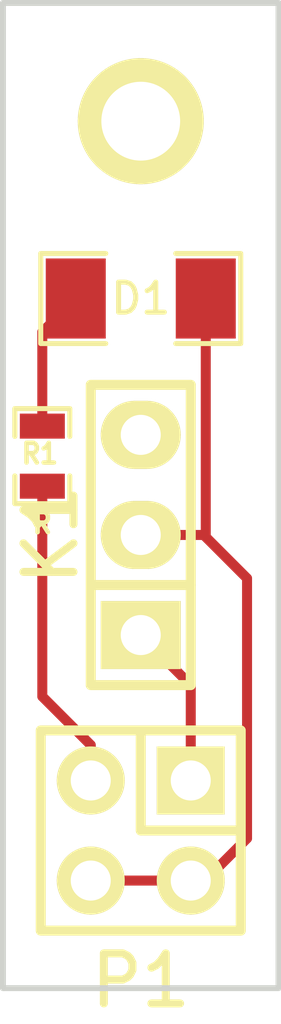
<source format=kicad_pcb>
(kicad_pcb (version 3) (host pcbnew "(2014-04-07 BZR 4791)-product")

  (general
    (links 6)
    (no_connects 0)
    (area 152.215591 80.12092 162.78441 111.0546)
    (thickness 1.6)
    (drawings 4)
    (tracks 16)
    (zones 0)
    (modules 5)
    (nets 7)
  )

  (page A4)
  (layers
    (15 F.Cu signal)
    (0 B.Cu signal)
    (16 B.Adhes user)
    (17 F.Adhes user)
    (18 B.Paste user)
    (19 F.Paste user)
    (20 B.SilkS user)
    (21 F.SilkS user)
    (22 B.Mask user)
    (23 F.Mask user)
    (24 Dwgs.User user)
    (25 Cmts.User user)
    (26 Eco1.User user)
    (27 Eco2.User user)
    (28 Edge.Cuts user)
  )

  (setup
    (last_trace_width 0.254)
    (trace_clearance 0.254)
    (zone_clearance 0.508)
    (zone_45_only no)
    (trace_min 0.254)
    (segment_width 0.2)
    (edge_width 0.15)
    (via_size 0.889)
    (via_drill 0.635)
    (via_min_size 0.889)
    (via_min_drill 0.508)
    (uvia_size 0.508)
    (uvia_drill 0.127)
    (uvias_allowed no)
    (uvia_min_size 0.508)
    (uvia_min_drill 0.127)
    (pcb_text_width 0.3)
    (pcb_text_size 1 1)
    (mod_edge_width 0.15)
    (mod_text_size 1 1)
    (mod_text_width 0.15)
    (pad_size 3.2004 3.2004)
    (pad_drill 2)
    (pad_to_mask_clearance 0)
    (aux_axis_origin 0 0)
    (visible_elements FFFFFF7F)
    (pcbplotparams
      (layerselection 268468224)
      (usegerberextensions true)
      (excludeedgelayer true)
      (linewidth 0.150000)
      (plotframeref false)
      (viasonmask false)
      (mode 1)
      (useauxorigin false)
      (hpglpennumber 1)
      (hpglpenspeed 20)
      (hpglpendiameter 15)
      (hpglpenoverlay 2)
      (psnegative false)
      (psa4output false)
      (plotreference true)
      (plotvalue true)
      (plotothertext true)
      (plotinvisibletext false)
      (padsonsilk false)
      (subtractmaskfromsilk false)
      (outputformat 1)
      (mirror false)
      (drillshape 0)
      (scaleselection 1)
      (outputdirectory OUTPUT/))
  )

  (net 0 "")
  (net 1 /A)
  (net 2 GND)
  (net 3 "Net-(D1-Pad1)")
  (net 4 "Net-(K1-Pad3)")
  (net 5 "Net-(P1-Pad3)")
  (net 6 "Net-(P2-Pad1)")

  (net_class Default "This is the default net class."
    (clearance 0.254)
    (trace_width 0.254)
    (via_dia 0.889)
    (via_drill 0.635)
    (uvia_dia 0.508)
    (uvia_drill 0.127)
    (add_net /A)
    (add_net GND)
    (add_net "Net-(D1-Pad1)")
    (add_net "Net-(K1-Pad3)")
    (add_net "Net-(P1-Pad3)")
    (add_net "Net-(P2-Pad1)")
  )

  (module SMD_Packages:SM1206 (layer F.Cu) (tedit 534ACAE5) (tstamp 534ACAF1)
    (at 157.5 92.5)
    (path /53133B72)
    (attr smd)
    (fp_text reference D1 (at 0 0) (layer F.SilkS)
      (effects (font (size 0.762 0.762) (thickness 0.127)))
    )
    (fp_text value LED (at 0 0) (layer F.SilkS) hide
      (effects (font (size 0.762 0.762) (thickness 0.127)))
    )
    (fp_line (start -2.54 -1.143) (end -2.54 1.143) (layer F.SilkS) (width 0.127))
    (fp_line (start -2.54 1.143) (end -0.889 1.143) (layer F.SilkS) (width 0.127))
    (fp_line (start 0.889 -1.143) (end 2.54 -1.143) (layer F.SilkS) (width 0.127))
    (fp_line (start 2.54 -1.143) (end 2.54 1.143) (layer F.SilkS) (width 0.127))
    (fp_line (start 2.54 1.143) (end 0.889 1.143) (layer F.SilkS) (width 0.127))
    (fp_line (start -0.889 -1.143) (end -2.54 -1.143) (layer F.SilkS) (width 0.127))
    (pad 1 smd rect (at -1.651 0) (size 1.524 2.032) (layers F.Cu F.Paste F.Mask)
      (net 3 "Net-(D1-Pad1)"))
    (pad 2 smd rect (at 1.651 0) (size 1.524 2.032) (layers F.Cu F.Paste F.Mask)
      (net 2 GND))
    (model smd/chip_cms.wrl
      (at (xyz 0 0 0))
      (scale (xyz 0.17 0.16 0.16))
      (rotate (xyz 0 0 0))
    )
  )

  (module Pin_Headers:Pin_Header_Straight_1x03 (layer F.Cu) (tedit 534ACAE6) (tstamp 534ACAFF)
    (at 157.5 98.5 90)
    (descr "1 pin")
    (tags "CONN DEV")
    (path /53133B42)
    (fp_text reference K1 (at 0 -2.286 90) (layer F.SilkS)
      (effects (font (size 1.27 1.27) (thickness 0.2032)))
    )
    (fp_text value CONN_3 (at 0 0 90) (layer F.SilkS) hide
      (effects (font (size 1.27 1.27) (thickness 0.2032)))
    )
    (fp_line (start -1.27 1.27) (end 3.81 1.27) (layer F.SilkS) (width 0.254))
    (fp_line (start 3.81 1.27) (end 3.81 -1.27) (layer F.SilkS) (width 0.254))
    (fp_line (start 3.81 -1.27) (end -1.27 -1.27) (layer F.SilkS) (width 0.254))
    (fp_line (start -3.81 -1.27) (end -1.27 -1.27) (layer F.SilkS) (width 0.254))
    (fp_line (start -1.27 -1.27) (end -1.27 1.27) (layer F.SilkS) (width 0.254))
    (fp_line (start -3.81 -1.27) (end -3.81 1.27) (layer F.SilkS) (width 0.254))
    (fp_line (start -3.81 1.27) (end -1.27 1.27) (layer F.SilkS) (width 0.254))
    (pad 1 thru_hole rect (at -2.54 0 90) (size 1.7272 2.032) (drill 1.016) (layers *.Cu *.Mask F.SilkS)
      (net 1 /A))
    (pad 2 thru_hole oval (at 0 0 90) (size 1.7272 2.032) (drill 1.016) (layers *.Cu *.Mask F.SilkS)
      (net 2 GND))
    (pad 3 thru_hole oval (at 2.54 0 90) (size 1.7272 2.032) (drill 1.016) (layers *.Cu *.Mask F.SilkS)
      (net 4 "Net-(K1-Pad3)"))
    (model Pin_Headers/Pin_Header_Straight_1x03.wrl
      (at (xyz 0 0 0))
      (scale (xyz 1 1 1))
      (rotate (xyz 0 0 0))
    )
  )

  (module Pin_Headers:Pin_Header_Straight_2x02 (layer F.Cu) (tedit 534ACAE6) (tstamp 534ACB0F)
    (at 157.5 106 180)
    (descr "1 pin")
    (tags "CONN DEV")
    (path /534AC6CA)
    (fp_text reference P1 (at 0 -3.81 180) (layer F.SilkS)
      (effects (font (size 1.27 1.27) (thickness 0.2032)))
    )
    (fp_text value CONN_2X2 (at 0 0 180) (layer F.SilkS) hide
      (effects (font (size 1.27 1.27) (thickness 0.2032)))
    )
    (fp_line (start -2.54 0) (end -2.54 2.54) (layer F.SilkS) (width 0.254))
    (fp_line (start -2.54 2.54) (end 0 2.54) (layer F.SilkS) (width 0.254))
    (fp_line (start 0 2.54) (end 0 0) (layer F.SilkS) (width 0.254))
    (fp_line (start 0 0) (end -2.54 0) (layer F.SilkS) (width 0.254))
    (fp_line (start -2.54 0) (end -2.54 -2.54) (layer F.SilkS) (width 0.254))
    (fp_line (start -2.54 -2.54) (end 2.54 -2.54) (layer F.SilkS) (width 0.254))
    (fp_line (start 2.54 -2.54) (end 2.54 2.54) (layer F.SilkS) (width 0.254))
    (fp_line (start 2.54 2.54) (end 0 2.54) (layer F.SilkS) (width 0.254))
    (pad 1 thru_hole rect (at -1.27 1.27 180) (size 1.7272 1.7272) (drill 1.016) (layers *.Cu *.Mask F.SilkS)
      (net 1 /A))
    (pad 2 thru_hole oval (at -1.27 -1.27 180) (size 1.7272 1.7272) (drill 1.016) (layers *.Cu *.Mask F.SilkS)
      (net 2 GND))
    (pad 3 thru_hole oval (at 1.27 1.27 180) (size 1.7272 1.7272) (drill 1.016) (layers *.Cu *.Mask F.SilkS)
      (net 5 "Net-(P1-Pad3)"))
    (pad 4 thru_hole oval (at 1.27 -1.27 180) (size 1.7272 1.7272) (drill 1.016) (layers *.Cu *.Mask F.SilkS)
      (net 2 GND))
    (model Pin_Headers/Pin_Header_Straight_2x02.wrl
      (at (xyz 0 0 0))
      (scale (xyz 1 1 1))
      (rotate (xyz 0 0 0))
    )
  )

  (module SMD_Packages:SM0603_Resistor (layer F.Cu) (tedit 534ACAE5) (tstamp 534ACB1B)
    (at 155 96.5 90)
    (path /53133B56)
    (attr smd)
    (fp_text reference R1 (at 0.0635 -0.0635 180) (layer F.SilkS)
      (effects (font (size 0.50038 0.4572) (thickness 0.1143)))
    )
    (fp_text value R (at -1.69926 0 180) (layer F.SilkS)
      (effects (font (size 0.508 0.4572) (thickness 0.1143)))
    )
    (fp_line (start -0.50038 -0.6985) (end -1.2065 -0.6985) (layer F.SilkS) (width 0.127))
    (fp_line (start -1.2065 -0.6985) (end -1.2065 0.6985) (layer F.SilkS) (width 0.127))
    (fp_line (start -1.2065 0.6985) (end -0.50038 0.6985) (layer F.SilkS) (width 0.127))
    (fp_line (start 1.2065 -0.6985) (end 0.50038 -0.6985) (layer F.SilkS) (width 0.127))
    (fp_line (start 1.2065 -0.6985) (end 1.2065 0.6985) (layer F.SilkS) (width 0.127))
    (fp_line (start 1.2065 0.6985) (end 0.50038 0.6985) (layer F.SilkS) (width 0.127))
    (pad 1 smd rect (at -0.762 0 90) (size 0.635 1.143) (layers F.Cu F.Paste F.Mask)
      (net 5 "Net-(P1-Pad3)"))
    (pad 2 smd rect (at 0.762 0 90) (size 0.635 1.143) (layers F.Cu F.Paste F.Mask)
      (net 3 "Net-(D1-Pad1)"))
    (model smd\resistors\R0603.wrl
      (at (xyz 0 0 0.001))
      (scale (xyz 0.5 0.5 0.5))
      (rotate (xyz 0 0 0))
    )
  )

  (module Saul:Mhole (layer F.Cu) (tedit 534BEED4) (tstamp 534ACDE5)
    (at 157.5 88)
    (path /534ACC8E)
    (fp_text reference P2 (at 0.44958 -4.09956) (layer F.SilkS) hide
      (effects (font (thickness 0.3048)))
    )
    (fp_text value CONN_1 (at 0.20066 -6.10108) (layer F.SilkS) hide
      (effects (font (thickness 0.3048)))
    )
    (pad 1 thru_hole circle (at 0 0) (size 3.2004 3.2004) (drill 2) (layers *.Cu *.Mask F.SilkS)
      (net 6 "Net-(P2-Pad1)") (clearance 1.00076))
  )

  (gr_line (start 154 110) (end 154 85) (angle 90) (layer Edge.Cuts) (width 0.15))
  (gr_line (start 161 110) (end 154 110) (angle 90) (layer Edge.Cuts) (width 0.15))
  (gr_line (start 161 85) (end 161 110) (angle 90) (layer Edge.Cuts) (width 0.15))
  (gr_line (start 154 85) (end 161 85) (angle 90) (layer Edge.Cuts) (width 0.15))

  (segment (start 158.77 102.31) (end 157.5 101.04) (width 0.254) (layer F.Cu) (net 1) (tstamp 534ACE91))
  (segment (start 158.77 104.73) (end 158.77 102.31) (width 0.254) (layer F.Cu) (net 1))
  (segment (start 156.23 107.27) (end 158.77 107.27) (width 0.254) (layer F.Cu) (net 2))
  (segment (start 160.2 106.2) (end 160.2 99.6) (width 0.254) (layer F.Cu) (net 2) (tstamp 534ACE86))
  (segment (start 159.2 98.6) (end 159.1 98.5) (width 0.254) (layer F.Cu) (net 2) (tstamp 534ACEA5))
  (segment (start 160.2 99.6) (end 159.2 98.6) (width 0.254) (layer F.Cu) (net 2) (tstamp 534ACE8A))
  (segment (start 159.1 98.5) (end 157.5 98.5) (width 0.254) (layer F.Cu) (net 2) (tstamp 534ACE8D))
  (segment (start 159.13 107.27) (end 160.2 106.2) (width 0.254) (layer F.Cu) (net 2) (tstamp 534ACE82))
  (segment (start 158.77 107.27) (end 159.13 107.27) (width 0.254) (layer F.Cu) (net 2))
  (segment (start 159.151 98.551) (end 159.2 98.6) (width 0.254) (layer F.Cu) (net 2) (tstamp 534ACE9E))
  (segment (start 159.151 92.5) (end 159.151 98.551) (width 0.254) (layer F.Cu) (net 2))
  (segment (start 155 93.349) (end 155.849 92.5) (width 0.254) (layer F.Cu) (net 3) (tstamp 534ACEA7))
  (segment (start 155 95.738) (end 155 93.349) (width 0.254) (layer F.Cu) (net 3))
  (segment (start 156.23 103.83) (end 155 102.6) (width 0.254) (layer F.Cu) (net 5) (tstamp 534ACE95))
  (segment (start 155 102.6) (end 155 97.262) (width 0.254) (layer F.Cu) (net 5) (tstamp 534ACE96))
  (segment (start 156.23 104.73) (end 156.23 103.83) (width 0.254) (layer F.Cu) (net 5))

)

</source>
